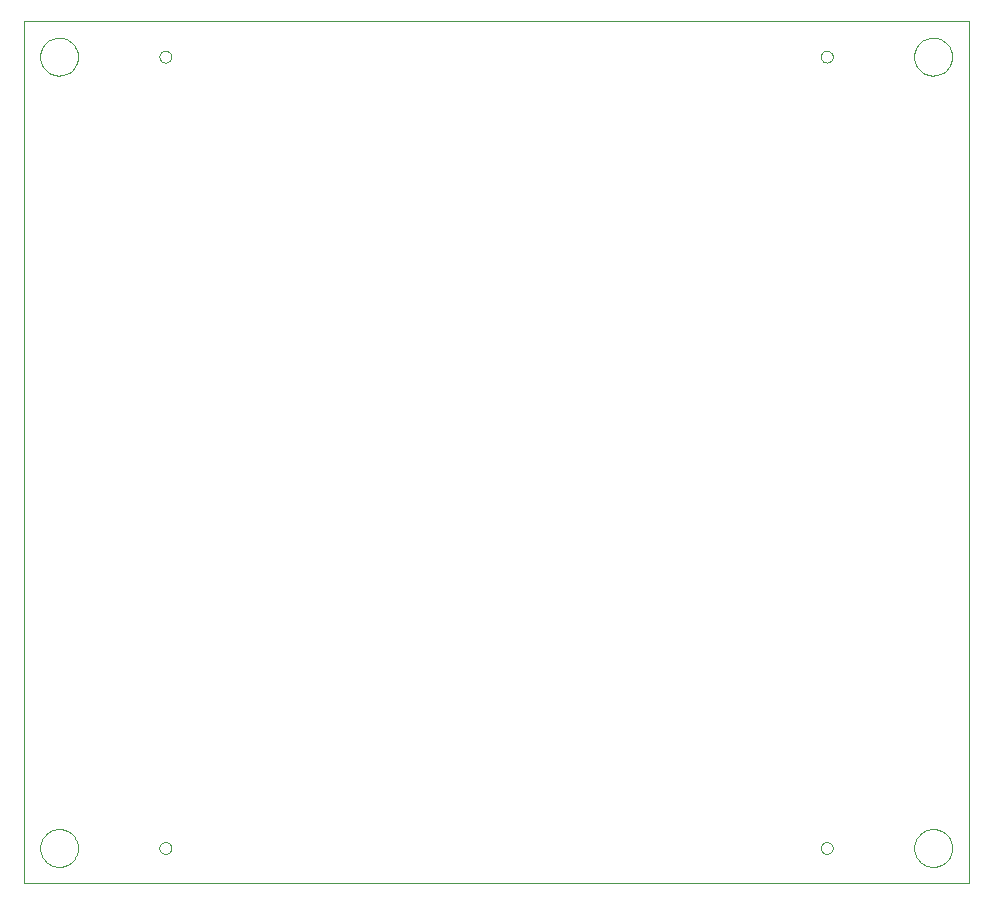
<source format=gtp>
G75*
%MOIN*%
%OFA0B0*%
%FSLAX24Y24*%
%IPPOS*%
%LPD*%
%AMOC8*
5,1,8,0,0,1.08239X$1,22.5*
%
%ADD10C,0.0000*%
D10*
X000497Y002817D02*
X000497Y031557D01*
X031993Y031557D01*
X031993Y002817D01*
X000497Y002817D01*
X001048Y003998D02*
X001050Y004048D01*
X001056Y004098D01*
X001066Y004147D01*
X001080Y004195D01*
X001097Y004242D01*
X001118Y004287D01*
X001143Y004331D01*
X001171Y004372D01*
X001203Y004411D01*
X001237Y004448D01*
X001274Y004482D01*
X001314Y004512D01*
X001356Y004539D01*
X001400Y004563D01*
X001446Y004584D01*
X001493Y004600D01*
X001541Y004613D01*
X001591Y004622D01*
X001640Y004627D01*
X001691Y004628D01*
X001741Y004625D01*
X001790Y004618D01*
X001839Y004607D01*
X001887Y004592D01*
X001933Y004574D01*
X001978Y004552D01*
X002021Y004526D01*
X002062Y004497D01*
X002101Y004465D01*
X002137Y004430D01*
X002169Y004392D01*
X002199Y004352D01*
X002226Y004309D01*
X002249Y004265D01*
X002268Y004219D01*
X002284Y004171D01*
X002296Y004122D01*
X002304Y004073D01*
X002308Y004023D01*
X002308Y003973D01*
X002304Y003923D01*
X002296Y003874D01*
X002284Y003825D01*
X002268Y003777D01*
X002249Y003731D01*
X002226Y003687D01*
X002199Y003644D01*
X002169Y003604D01*
X002137Y003566D01*
X002101Y003531D01*
X002062Y003499D01*
X002021Y003470D01*
X001978Y003444D01*
X001933Y003422D01*
X001887Y003404D01*
X001839Y003389D01*
X001790Y003378D01*
X001741Y003371D01*
X001691Y003368D01*
X001640Y003369D01*
X001591Y003374D01*
X001541Y003383D01*
X001493Y003396D01*
X001446Y003412D01*
X001400Y003433D01*
X001356Y003457D01*
X001314Y003484D01*
X001274Y003514D01*
X001237Y003548D01*
X001203Y003585D01*
X001171Y003624D01*
X001143Y003665D01*
X001118Y003709D01*
X001097Y003754D01*
X001080Y003801D01*
X001066Y003849D01*
X001056Y003898D01*
X001050Y003948D01*
X001048Y003998D01*
X005024Y003998D02*
X005026Y004025D01*
X005032Y004052D01*
X005041Y004078D01*
X005054Y004102D01*
X005070Y004125D01*
X005089Y004144D01*
X005111Y004161D01*
X005135Y004175D01*
X005160Y004185D01*
X005187Y004192D01*
X005214Y004195D01*
X005242Y004194D01*
X005269Y004189D01*
X005295Y004181D01*
X005319Y004169D01*
X005342Y004153D01*
X005363Y004135D01*
X005380Y004114D01*
X005395Y004090D01*
X005406Y004065D01*
X005414Y004039D01*
X005418Y004012D01*
X005418Y003984D01*
X005414Y003957D01*
X005406Y003931D01*
X005395Y003906D01*
X005380Y003882D01*
X005363Y003861D01*
X005342Y003843D01*
X005320Y003827D01*
X005295Y003815D01*
X005269Y003807D01*
X005242Y003802D01*
X005214Y003801D01*
X005187Y003804D01*
X005160Y003811D01*
X005135Y003821D01*
X005111Y003835D01*
X005089Y003852D01*
X005070Y003871D01*
X005054Y003894D01*
X005041Y003918D01*
X005032Y003944D01*
X005026Y003971D01*
X005024Y003998D01*
X027072Y003998D02*
X027074Y004025D01*
X027080Y004052D01*
X027089Y004078D01*
X027102Y004102D01*
X027118Y004125D01*
X027137Y004144D01*
X027159Y004161D01*
X027183Y004175D01*
X027208Y004185D01*
X027235Y004192D01*
X027262Y004195D01*
X027290Y004194D01*
X027317Y004189D01*
X027343Y004181D01*
X027367Y004169D01*
X027390Y004153D01*
X027411Y004135D01*
X027428Y004114D01*
X027443Y004090D01*
X027454Y004065D01*
X027462Y004039D01*
X027466Y004012D01*
X027466Y003984D01*
X027462Y003957D01*
X027454Y003931D01*
X027443Y003906D01*
X027428Y003882D01*
X027411Y003861D01*
X027390Y003843D01*
X027368Y003827D01*
X027343Y003815D01*
X027317Y003807D01*
X027290Y003802D01*
X027262Y003801D01*
X027235Y003804D01*
X027208Y003811D01*
X027183Y003821D01*
X027159Y003835D01*
X027137Y003852D01*
X027118Y003871D01*
X027102Y003894D01*
X027089Y003918D01*
X027080Y003944D01*
X027074Y003971D01*
X027072Y003998D01*
X030182Y003998D02*
X030184Y004048D01*
X030190Y004098D01*
X030200Y004147D01*
X030214Y004195D01*
X030231Y004242D01*
X030252Y004287D01*
X030277Y004331D01*
X030305Y004372D01*
X030337Y004411D01*
X030371Y004448D01*
X030408Y004482D01*
X030448Y004512D01*
X030490Y004539D01*
X030534Y004563D01*
X030580Y004584D01*
X030627Y004600D01*
X030675Y004613D01*
X030725Y004622D01*
X030774Y004627D01*
X030825Y004628D01*
X030875Y004625D01*
X030924Y004618D01*
X030973Y004607D01*
X031021Y004592D01*
X031067Y004574D01*
X031112Y004552D01*
X031155Y004526D01*
X031196Y004497D01*
X031235Y004465D01*
X031271Y004430D01*
X031303Y004392D01*
X031333Y004352D01*
X031360Y004309D01*
X031383Y004265D01*
X031402Y004219D01*
X031418Y004171D01*
X031430Y004122D01*
X031438Y004073D01*
X031442Y004023D01*
X031442Y003973D01*
X031438Y003923D01*
X031430Y003874D01*
X031418Y003825D01*
X031402Y003777D01*
X031383Y003731D01*
X031360Y003687D01*
X031333Y003644D01*
X031303Y003604D01*
X031271Y003566D01*
X031235Y003531D01*
X031196Y003499D01*
X031155Y003470D01*
X031112Y003444D01*
X031067Y003422D01*
X031021Y003404D01*
X030973Y003389D01*
X030924Y003378D01*
X030875Y003371D01*
X030825Y003368D01*
X030774Y003369D01*
X030725Y003374D01*
X030675Y003383D01*
X030627Y003396D01*
X030580Y003412D01*
X030534Y003433D01*
X030490Y003457D01*
X030448Y003484D01*
X030408Y003514D01*
X030371Y003548D01*
X030337Y003585D01*
X030305Y003624D01*
X030277Y003665D01*
X030252Y003709D01*
X030231Y003754D01*
X030214Y003801D01*
X030200Y003849D01*
X030190Y003898D01*
X030184Y003948D01*
X030182Y003998D01*
X030182Y030376D02*
X030184Y030426D01*
X030190Y030476D01*
X030200Y030525D01*
X030214Y030573D01*
X030231Y030620D01*
X030252Y030665D01*
X030277Y030709D01*
X030305Y030750D01*
X030337Y030789D01*
X030371Y030826D01*
X030408Y030860D01*
X030448Y030890D01*
X030490Y030917D01*
X030534Y030941D01*
X030580Y030962D01*
X030627Y030978D01*
X030675Y030991D01*
X030725Y031000D01*
X030774Y031005D01*
X030825Y031006D01*
X030875Y031003D01*
X030924Y030996D01*
X030973Y030985D01*
X031021Y030970D01*
X031067Y030952D01*
X031112Y030930D01*
X031155Y030904D01*
X031196Y030875D01*
X031235Y030843D01*
X031271Y030808D01*
X031303Y030770D01*
X031333Y030730D01*
X031360Y030687D01*
X031383Y030643D01*
X031402Y030597D01*
X031418Y030549D01*
X031430Y030500D01*
X031438Y030451D01*
X031442Y030401D01*
X031442Y030351D01*
X031438Y030301D01*
X031430Y030252D01*
X031418Y030203D01*
X031402Y030155D01*
X031383Y030109D01*
X031360Y030065D01*
X031333Y030022D01*
X031303Y029982D01*
X031271Y029944D01*
X031235Y029909D01*
X031196Y029877D01*
X031155Y029848D01*
X031112Y029822D01*
X031067Y029800D01*
X031021Y029782D01*
X030973Y029767D01*
X030924Y029756D01*
X030875Y029749D01*
X030825Y029746D01*
X030774Y029747D01*
X030725Y029752D01*
X030675Y029761D01*
X030627Y029774D01*
X030580Y029790D01*
X030534Y029811D01*
X030490Y029835D01*
X030448Y029862D01*
X030408Y029892D01*
X030371Y029926D01*
X030337Y029963D01*
X030305Y030002D01*
X030277Y030043D01*
X030252Y030087D01*
X030231Y030132D01*
X030214Y030179D01*
X030200Y030227D01*
X030190Y030276D01*
X030184Y030326D01*
X030182Y030376D01*
X027072Y030376D02*
X027074Y030403D01*
X027080Y030430D01*
X027089Y030456D01*
X027102Y030480D01*
X027118Y030503D01*
X027137Y030522D01*
X027159Y030539D01*
X027183Y030553D01*
X027208Y030563D01*
X027235Y030570D01*
X027262Y030573D01*
X027290Y030572D01*
X027317Y030567D01*
X027343Y030559D01*
X027367Y030547D01*
X027390Y030531D01*
X027411Y030513D01*
X027428Y030492D01*
X027443Y030468D01*
X027454Y030443D01*
X027462Y030417D01*
X027466Y030390D01*
X027466Y030362D01*
X027462Y030335D01*
X027454Y030309D01*
X027443Y030284D01*
X027428Y030260D01*
X027411Y030239D01*
X027390Y030221D01*
X027368Y030205D01*
X027343Y030193D01*
X027317Y030185D01*
X027290Y030180D01*
X027262Y030179D01*
X027235Y030182D01*
X027208Y030189D01*
X027183Y030199D01*
X027159Y030213D01*
X027137Y030230D01*
X027118Y030249D01*
X027102Y030272D01*
X027089Y030296D01*
X027080Y030322D01*
X027074Y030349D01*
X027072Y030376D01*
X005024Y030376D02*
X005026Y030403D01*
X005032Y030430D01*
X005041Y030456D01*
X005054Y030480D01*
X005070Y030503D01*
X005089Y030522D01*
X005111Y030539D01*
X005135Y030553D01*
X005160Y030563D01*
X005187Y030570D01*
X005214Y030573D01*
X005242Y030572D01*
X005269Y030567D01*
X005295Y030559D01*
X005319Y030547D01*
X005342Y030531D01*
X005363Y030513D01*
X005380Y030492D01*
X005395Y030468D01*
X005406Y030443D01*
X005414Y030417D01*
X005418Y030390D01*
X005418Y030362D01*
X005414Y030335D01*
X005406Y030309D01*
X005395Y030284D01*
X005380Y030260D01*
X005363Y030239D01*
X005342Y030221D01*
X005320Y030205D01*
X005295Y030193D01*
X005269Y030185D01*
X005242Y030180D01*
X005214Y030179D01*
X005187Y030182D01*
X005160Y030189D01*
X005135Y030199D01*
X005111Y030213D01*
X005089Y030230D01*
X005070Y030249D01*
X005054Y030272D01*
X005041Y030296D01*
X005032Y030322D01*
X005026Y030349D01*
X005024Y030376D01*
X001048Y030376D02*
X001050Y030426D01*
X001056Y030476D01*
X001066Y030525D01*
X001080Y030573D01*
X001097Y030620D01*
X001118Y030665D01*
X001143Y030709D01*
X001171Y030750D01*
X001203Y030789D01*
X001237Y030826D01*
X001274Y030860D01*
X001314Y030890D01*
X001356Y030917D01*
X001400Y030941D01*
X001446Y030962D01*
X001493Y030978D01*
X001541Y030991D01*
X001591Y031000D01*
X001640Y031005D01*
X001691Y031006D01*
X001741Y031003D01*
X001790Y030996D01*
X001839Y030985D01*
X001887Y030970D01*
X001933Y030952D01*
X001978Y030930D01*
X002021Y030904D01*
X002062Y030875D01*
X002101Y030843D01*
X002137Y030808D01*
X002169Y030770D01*
X002199Y030730D01*
X002226Y030687D01*
X002249Y030643D01*
X002268Y030597D01*
X002284Y030549D01*
X002296Y030500D01*
X002304Y030451D01*
X002308Y030401D01*
X002308Y030351D01*
X002304Y030301D01*
X002296Y030252D01*
X002284Y030203D01*
X002268Y030155D01*
X002249Y030109D01*
X002226Y030065D01*
X002199Y030022D01*
X002169Y029982D01*
X002137Y029944D01*
X002101Y029909D01*
X002062Y029877D01*
X002021Y029848D01*
X001978Y029822D01*
X001933Y029800D01*
X001887Y029782D01*
X001839Y029767D01*
X001790Y029756D01*
X001741Y029749D01*
X001691Y029746D01*
X001640Y029747D01*
X001591Y029752D01*
X001541Y029761D01*
X001493Y029774D01*
X001446Y029790D01*
X001400Y029811D01*
X001356Y029835D01*
X001314Y029862D01*
X001274Y029892D01*
X001237Y029926D01*
X001203Y029963D01*
X001171Y030002D01*
X001143Y030043D01*
X001118Y030087D01*
X001097Y030132D01*
X001080Y030179D01*
X001066Y030227D01*
X001056Y030276D01*
X001050Y030326D01*
X001048Y030376D01*
M02*

</source>
